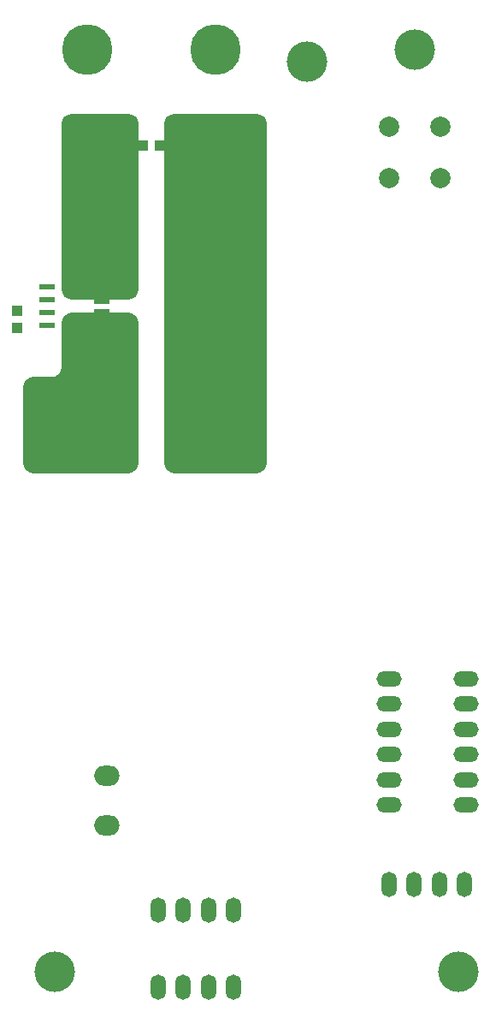
<source format=gbr>
G04 #@! TF.FileFunction,Copper,L2,Bot,Signal*
%FSLAX46Y46*%
G04 Gerber Fmt 4.6, Leading zero omitted, Abs format (unit mm)*
G04 Created by KiCad (PCBNEW 4.0.3-stable) date 08/16/16 04:16:06*
%MOMM*%
%LPD*%
G01*
G04 APERTURE LIST*
%ADD10C,0.100000*%
%ADD11C,2.000000*%
%ADD12C,4.000000*%
%ADD13O,2.499360X1.998980*%
%ADD14R,1.000000X1.100000*%
%ADD15O,2.500000X1.500000*%
%ADD16C,2.500000*%
%ADD17C,5.000000*%
%ADD18O,1.500000X2.500000*%
%ADD19R,1.550000X1.000000*%
%ADD20R,1.550000X0.600000*%
%ADD21R,1.100000X1.000000*%
%ADD22C,0.200000*%
G04 APERTURE END LIST*
D10*
D11*
X43180000Y-11430000D03*
X43180000Y-16510000D03*
X38100000Y-11430000D03*
X38100000Y-16510000D03*
D12*
X40640000Y-3810000D03*
D13*
X10160000Y-80545940D03*
X10160000Y-75664060D03*
D14*
X1270000Y-29630000D03*
X1270000Y-31330000D03*
D15*
X45720000Y-66040000D03*
X45720000Y-68540000D03*
X45720000Y-71040000D03*
X45720000Y-73540000D03*
X45720000Y-76040000D03*
X45720000Y-78540000D03*
D16*
X17145000Y-11430000D03*
X12065000Y-11430000D03*
D17*
X20955000Y-3810000D03*
X8255000Y-3810000D03*
D15*
X38100000Y-66040000D03*
X38100000Y-68540000D03*
X38100000Y-71040000D03*
X38100000Y-73540000D03*
X38100000Y-76040000D03*
X38100000Y-78540000D03*
D18*
X38100000Y-86360000D03*
X40600000Y-86360000D03*
X43100000Y-86360000D03*
X45600000Y-86360000D03*
X15240000Y-96520000D03*
X17740000Y-96520000D03*
X20240000Y-96520000D03*
X22740000Y-96520000D03*
D19*
X9685000Y-27460000D03*
X9685000Y-28460000D03*
X9685000Y-29960000D03*
X9685000Y-30960000D03*
D20*
X4285000Y-31115000D03*
X4285000Y-29845000D03*
X4285000Y-28575000D03*
X4285000Y-27305000D03*
D21*
X15455000Y-13335000D03*
X13755000Y-13335000D03*
D18*
X15240000Y-88900000D03*
X17740000Y-88900000D03*
X20240000Y-88900000D03*
X22740000Y-88900000D03*
D12*
X30000000Y-5000000D03*
X45000000Y-95000000D03*
X5000000Y-95000000D03*
D22*
G36*
X25378666Y-10330319D02*
X25670011Y-10524989D01*
X25864681Y-10816334D01*
X25935000Y-11169851D01*
X25935000Y-44710149D01*
X25864681Y-45063666D01*
X25670011Y-45355011D01*
X25378666Y-45549681D01*
X25025149Y-45620000D01*
X16884851Y-45620000D01*
X16531334Y-45549681D01*
X16239989Y-45355011D01*
X16045319Y-45063666D01*
X15975000Y-44710149D01*
X15975000Y-11169851D01*
X16045319Y-10816334D01*
X16239989Y-10524989D01*
X16531334Y-10330319D01*
X16884851Y-10260000D01*
X25025149Y-10260000D01*
X25378666Y-10330319D01*
X25378666Y-10330319D01*
G37*
X25378666Y-10330319D02*
X25670011Y-10524989D01*
X25864681Y-10816334D01*
X25935000Y-11169851D01*
X25935000Y-44710149D01*
X25864681Y-45063666D01*
X25670011Y-45355011D01*
X25378666Y-45549681D01*
X25025149Y-45620000D01*
X16884851Y-45620000D01*
X16531334Y-45549681D01*
X16239989Y-45355011D01*
X16045319Y-45063666D01*
X15975000Y-44710149D01*
X15975000Y-11169851D01*
X16045319Y-10816334D01*
X16239989Y-10524989D01*
X16531334Y-10330319D01*
X16884851Y-10260000D01*
X25025149Y-10260000D01*
X25378666Y-10330319D01*
G36*
X12678666Y-10330319D02*
X12970011Y-10524989D01*
X13164681Y-10816334D01*
X13235000Y-11169851D01*
X13235000Y-27565149D01*
X13164681Y-27918666D01*
X12970011Y-28210011D01*
X12678666Y-28404681D01*
X12325149Y-28475000D01*
X6724851Y-28475000D01*
X6371334Y-28404681D01*
X6079989Y-28210011D01*
X5885319Y-27918666D01*
X5815000Y-27565149D01*
X5815000Y-11169851D01*
X5885319Y-10816334D01*
X6079989Y-10524989D01*
X6371334Y-10330319D01*
X6724851Y-10260000D01*
X12325149Y-10260000D01*
X12678666Y-10330319D01*
X12678666Y-10330319D01*
G37*
X12678666Y-10330319D02*
X12970011Y-10524989D01*
X13164681Y-10816334D01*
X13235000Y-11169851D01*
X13235000Y-27565149D01*
X13164681Y-27918666D01*
X12970011Y-28210011D01*
X12678666Y-28404681D01*
X12325149Y-28475000D01*
X6724851Y-28475000D01*
X6371334Y-28404681D01*
X6079989Y-28210011D01*
X5885319Y-27918666D01*
X5815000Y-27565149D01*
X5815000Y-11169851D01*
X5885319Y-10816334D01*
X6079989Y-10524989D01*
X6371334Y-10330319D01*
X6724851Y-10260000D01*
X12325149Y-10260000D01*
X12678666Y-10330319D01*
G36*
X12678666Y-30015319D02*
X12970011Y-30209989D01*
X13164681Y-30501334D01*
X13235000Y-30854851D01*
X13235000Y-44710149D01*
X13164681Y-45063666D01*
X12970011Y-45355011D01*
X12678666Y-45549681D01*
X12325149Y-45620000D01*
X2914851Y-45620000D01*
X2561334Y-45549681D01*
X2269989Y-45355011D01*
X2075319Y-45063666D01*
X2005000Y-44710149D01*
X2005000Y-37204851D01*
X2075319Y-36851334D01*
X2269989Y-36559989D01*
X2561334Y-36365319D01*
X2914851Y-36295000D01*
X4715000Y-36295000D01*
X4734509Y-36293079D01*
X5117192Y-36216959D01*
X5153240Y-36202027D01*
X5477664Y-35985254D01*
X5505254Y-35957664D01*
X5722027Y-35633240D01*
X5736959Y-35597192D01*
X5813079Y-35214509D01*
X5815000Y-35195000D01*
X5815000Y-30854851D01*
X5885319Y-30501334D01*
X6079989Y-30209989D01*
X6371334Y-30015319D01*
X6724851Y-29945000D01*
X12325149Y-29945000D01*
X12678666Y-30015319D01*
X12678666Y-30015319D01*
G37*
X12678666Y-30015319D02*
X12970011Y-30209989D01*
X13164681Y-30501334D01*
X13235000Y-30854851D01*
X13235000Y-44710149D01*
X13164681Y-45063666D01*
X12970011Y-45355011D01*
X12678666Y-45549681D01*
X12325149Y-45620000D01*
X2914851Y-45620000D01*
X2561334Y-45549681D01*
X2269989Y-45355011D01*
X2075319Y-45063666D01*
X2005000Y-44710149D01*
X2005000Y-37204851D01*
X2075319Y-36851334D01*
X2269989Y-36559989D01*
X2561334Y-36365319D01*
X2914851Y-36295000D01*
X4715000Y-36295000D01*
X4734509Y-36293079D01*
X5117192Y-36216959D01*
X5153240Y-36202027D01*
X5477664Y-35985254D01*
X5505254Y-35957664D01*
X5722027Y-35633240D01*
X5736959Y-35597192D01*
X5813079Y-35214509D01*
X5815000Y-35195000D01*
X5815000Y-30854851D01*
X5885319Y-30501334D01*
X6079989Y-30209989D01*
X6371334Y-30015319D01*
X6724851Y-29945000D01*
X12325149Y-29945000D01*
X12678666Y-30015319D01*
M02*

</source>
